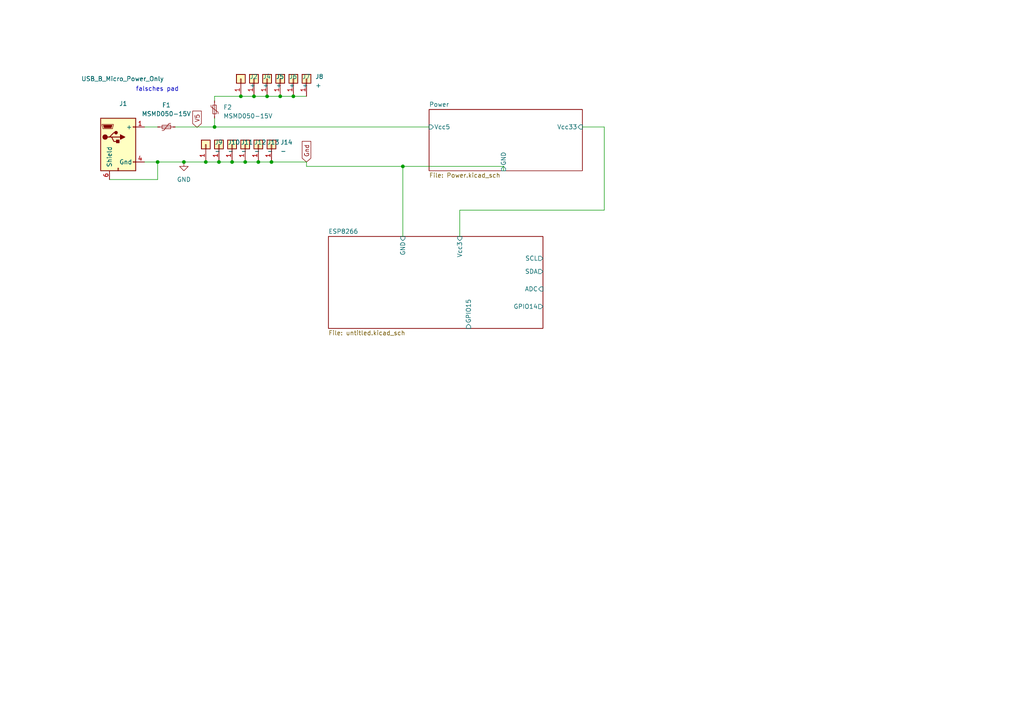
<source format=kicad_sch>
(kicad_sch (version 20230121) (generator eeschema)
  (paper "A4")
  (lib_symbols
    (symbol "BauteileStefan:USB_B_Micro_Power_Only" (pin_names (offset 1.016))
      (property "Reference" "J" (at -5.08 11.43 0))
      (property "Value" "USB_B_Micro_Power_Only" (at -5.08 8.89 0))
      (symbol "USB_B_Micro_Power_Only_0_1"
        (rectangle (start -5.08 -7.62) (end 5.08 7.62) (stroke (width 0.254)) (fill (type background)))
        (circle (center -3.81 2.159) (radius 0.635) (stroke (width 0.254)) (fill (type outline)))
        (circle (center -0.635 3.429) (radius 0.381) (stroke (width 0.254)) (fill (type outline)))
        (rectangle (start -0.127 -7.62) (end 0.127 -6.858))
        (polyline (pts (xy -1.905 2.159) (xy 0.635 2.159)) (stroke (width 0.254)))
        (polyline (pts (xy -3.175 2.159) (xy -2.54 2.159) (xy -1.27 3.429) (xy -0.635 3.429)) (stroke (width 0.254)))
        (polyline (pts (xy -2.54 2.159) (xy -1.905 2.159) (xy -1.27 0.889) (xy 0 0.889)) (stroke (width 0.254)))
        (polyline (pts (xy 0.635 2.794) (xy 0.635 1.524) (xy 1.905 2.159) (xy 0.635 2.794)) (stroke (width 0.254)) (fill (type outline)))
        (polyline (pts (xy -4.318 5.588) (xy -1.778 5.588) (xy -2.032 4.826) (xy -4.064 4.826) (xy -4.318 5.588)) (fill (type outline)))
        (polyline (pts (xy -4.699 5.842) (xy -4.699 5.588) (xy -4.445 4.826) (xy -4.445 4.572) (xy -1.651 4.572) (xy -1.651 4.826) (xy -1.397 5.588) (xy -1.397 5.842) (xy -4.699 5.842)))
        (rectangle (start 0.254 1.27) (end -0.508 0.508) (stroke (width 0.254)) (fill (type outline)))
        (rectangle (start 5.08 -5.207) (end 4.318 -4.953))
        (rectangle (start 5.08 4.953) (end 4.318 5.207))
      )
      (symbol "USB_B_Micro_Power_Only_1_1"
        (pin power_out line (at 7.62 5.08 180) (length 2.54) (name "+") (number "1"))
        (pin passive line (at 7.62 -5.08 180) (length 2.54) (name "Gnd") (number "4"))
        (pin passive line (at -2.54 -10.16 90) (length 2.54) (name "Shield") (number "6"))
      )
    )
    (symbol "Connector_Generic:Conn_01x01" (pin_names (offset 1.016) hide)
      (property "Reference" "J" (at 0 2.54 0))
      (property "Value" "Conn_01x01" (at 0 -2.54 0))
      (symbol "Conn_01x01_1_1"
        (rectangle (start -1.27 0.127) (end 0 -0.127) (stroke (width 0.1524)))
        (rectangle (start -1.27 1.27) (end 1.27 -1.27) (stroke (width 0.254)) (fill (type background)))
        (pin passive line (at -5.08 0 0) (length 3.81) (name "Pin_1") (number "1"))
      )
    )
    (symbol "Device:Polyfuse_Small" (pin_numbers hide) (pin_names (offset 0))
      (property "Reference" "F" (at -1.905 0 90))
      (property "Value" "Polyfuse_Small" (at 1.905 0 90))
      (symbol "Polyfuse_Small_0_1"
        (rectangle (start -0.508 1.27) (end 0.508 -1.27))
        (polyline (pts (xy 0 2.54) (xy 0 -2.54)))
        (polyline (pts (xy -1.016 1.27) (xy -1.016 0.762) (xy 1.016 -0.762) (xy 1.016 -1.27)))
      )
      (symbol "Polyfuse_Small_1_1"
        (pin passive line (at 0 2.54 270) (length 0.635) (name "~") (number "1"))
        (pin passive line (at 0 -2.54 90) (length 0.635) (name "~") (number "2"))
      )
    )
    (symbol "power:GND" (power) (pin_names (offset 0))
      (property "Value" "GND" (at 0 -3.81 0))
      (symbol "GND_0_1"
        (polyline (pts (xy 0 0) (xy 0 -1.27) (xy 1.27 -1.27) (xy 0 -2.54) (xy -1.27 -1.27) (xy 0 -1.27)))
      )
      (symbol "GND_1_1"
        (pin power_in line (at 0 0 270) (length 0) hide (name "GND") (number "1"))
      )
    )
  )
  (junction (at 53.34 46.99))
  (junction (at 85.09 27.94))
  (junction (at 73.66 27.94))
  (junction (at 116.84 48.26))
  (junction (at 69.85 27.94))
  (junction (at 71.12 46.99))
  (junction (at 63.5 46.99))
  (junction (at 77.47 27.94))
  (junction (at 45.72 46.99))
  (junction (at 67.31 46.99))
  (junction (at 62.23 36.83))
  (junction (at 59.69 46.99))
  (junction (at 74.93 46.99))
  (junction (at 81.28 27.94))
  (junction (at 78.74 46.99))
  (wire (pts (xy 62.23 27.94) (xy 69.85 27.94)))
  (wire (pts (xy 88.9 48.26) (xy 116.84 48.26)))
  (wire (pts (xy 67.31 46.99) (xy 71.12 46.99)))
  (wire (pts (xy 175.26 36.83) (xy 175.26 60.96)))
  (wire (pts (xy 41.91 36.83) (xy 45.72 36.83)))
  (wire (pts (xy 116.84 48.26) (xy 146.05 48.26)))
  (wire (pts (xy 69.85 27.94) (xy 73.66 27.94)))
  (wire (pts (xy 71.12 46.99) (xy 74.93 46.99)))
  (wire (pts (xy 62.23 36.83) (xy 124.46 36.83)))
  (wire (pts (xy 74.93 46.99) (xy 78.74 46.99)))
  (wire (pts (xy 59.69 46.99) (xy 63.5 46.99)))
  (wire (pts (xy 88.9 48.26) (xy 88.9 46.99)))
  (wire (pts (xy 31.75 52.07) (xy 45.72 52.07)))
  (wire (pts (xy 78.74 46.99) (xy 88.9 46.99)))
  (wire (pts (xy 73.66 27.94) (xy 77.47 27.94)))
  (wire (pts (xy 85.09 27.94) (xy 88.9 27.94)))
  (wire (pts (xy 63.5 46.99) (xy 67.31 46.99)))
  (wire (pts (xy 146.05 48.26) (xy 146.05 49.53)))
  (wire (pts (xy 175.26 60.96) (xy 133.35 60.96)))
  (wire (pts (xy 133.35 60.96) (xy 133.35 68.58)))
  (wire (pts (xy 41.91 46.99) (xy 45.72 46.99)))
  (wire (pts (xy 81.28 27.94) (xy 85.09 27.94)))
  (wire (pts (xy 62.23 36.83) (xy 62.23 34.29)))
  (wire (pts (xy 168.91 36.83) (xy 175.26 36.83)))
  (wire (pts (xy 45.72 46.99) (xy 45.72 52.07)))
  (wire (pts (xy 45.72 46.99) (xy 53.34 46.99)))
  (wire (pts (xy 116.84 48.26) (xy 116.84 68.58)))
  (wire (pts (xy 53.34 46.99) (xy 59.69 46.99)))
  (wire (pts (xy 62.23 29.21) (xy 62.23 27.94)))
  (wire (pts (xy 50.8 36.83) (xy 62.23 36.83)))
  (wire (pts (xy 77.47 27.94) (xy 81.28 27.94)))
  (text "falsches pad" (at 39.37 26.67 0) (effects (font (size 1.27 1.27)) (justify left bottom)))
  (global_label "Gnd" (shape input) (at 88.9 46.99 90) (property "Intersheetrefs" "${INTERSHEET_REFS}" (effects hide)))
  (global_label "V5" (shape input) (at 57.1481 36.9395 90) (property "Intersheetrefs" "${INTERSHEET_REFS}" (effects hide)))
  (symbol (lib_id "Connector_Generic:Conn_01x01") (at 73.66 22.86 90) (unit 1)
    (property "Reference" "J4" (at 76.2 22.225 90) (effects (justify right)))
    (property "Value" "+" (at 76.2 24.765 90) (effects (justify right)))
    (property "Footprint" "Connector_PinHeader_1.27mm:PinHeader_1x01_P1.27mm_Vertical" (effects hide))
  )
  (symbol (lib_id "power:GND") (at 53.34 46.99 0) (unit 1)
    (property "Reference" "#PWR01" (effects hide))
    (property "Value" "GND" (at 53.34 52.07 0))
  )
  (symbol (lib_id "Connector_Generic:Conn_01x01") (at 67.31 41.91 90) (unit 1)
    (property "Reference" "J11" (at 69.85 41.275 90) (effects (justify right)))
    (property "Value" "-" (at 69.85 43.815 90) (effects (justify right)))
    (property "Footprint" "Connector_PinHeader_1.27mm:PinHeader_1x01_P1.27mm_Vertical" (effects hide))
  )
  (symbol (lib_id "Connector_Generic:Conn_01x01") (at 77.47 22.86 90) (unit 1)
    (property "Reference" "J5" (at 80.01 22.225 90) (effects (justify right)))
    (property "Value" "+" (at 80.01 24.765 90) (effects (justify right)))
    (property "Footprint" "Connector_PinHeader_1.27mm:PinHeader_1x01_P1.27mm_Vertical" (effects hide))
  )
  (symbol (lib_id "Connector_Generic:Conn_01x01") (at 78.74 41.91 90) (unit 1)
    (property "Reference" "J14" (at 81.28 41.275 90) (effects (justify right)))
    (property "Value" "-" (at 81.28 43.815 90) (effects (justify right)))
    (property "Footprint" "Connector_PinHeader_1.27mm:PinHeader_1x01_P1.27mm_Vertical" (effects hide))
  )
  (symbol (lib_id "Connector_Generic:Conn_01x01") (at 88.9 22.86 90) (unit 1)
    (property "Reference" "J8" (at 91.44 22.225 90) (effects (justify right)))
    (property "Value" "+" (at 91.44 24.765 90) (effects (justify right)))
    (property "Footprint" "Connector_PinHeader_1.27mm:PinHeader_1x01_P1.27mm_Vertical" (effects hide))
  )
  (symbol (lib_id "Connector_Generic:Conn_01x01") (at 59.69 41.91 90) (unit 1)
    (property "Reference" "J9" (at 62.23 41.275 90) (effects (justify right)))
    (property "Value" "-" (at 62.23 43.815 90) (effects (justify right)))
    (property "Footprint" "Connector_PinHeader_1.27mm:PinHeader_1x01_P1.27mm_Vertical" (effects hide))
  )
  (symbol (lib_id "Connector_Generic:Conn_01x01") (at 71.12 41.91 90) (unit 1)
    (property "Reference" "J12" (at 73.66 41.275 90) (effects (justify right)))
    (property "Value" "-" (at 73.66 43.815 90) (effects (justify right)))
    (property "Footprint" "Connector_PinHeader_1.27mm:PinHeader_1x01_P1.27mm_Vertical" (effects hide))
  )
  (symbol (lib_id "Device:Polyfuse_Small") (at 62.23 31.75 180) (unit 1)
    (property "Reference" "F2" (at 64.77 31.115 0) (effects (justify right)))
    (property "Value" "MSMD050-15V" (at 64.77 33.655 0) (effects (justify right)))
    (property "Footprint" "Fuse:Fuse_1812_4532Metric_Pad1.30x3.40mm_HandSolder" (effects hide))
    (property "Datasheet" "https://datasheet.lcsc.com/szlcsc/TECHFUSE-mSMD050-60V_C70113.pdf" (effects hide))
  )
  (symbol (lib_id "BauteileStefan:USB_B_Micro_Power_Only") (at 34.29 41.91 0) (unit 1)
    (property "Reference" "J1" (at 35.7378 30.0482 0))
    (property "Value" "USB_B_Micro_Power_Only" (at 35.56 22.86 0))
    (property "Footprint" "stefan3:USB_Micro-B_Power_Only" (effects hide))
  )
  (symbol (lib_id "Connector_Generic:Conn_01x01") (at 63.5 41.91 90) (unit 1)
    (property "Reference" "J10" (at 66.04 41.275 90) (effects (justify right)))
    (property "Value" "-" (at 66.04 43.815 90) (effects (justify right)))
    (property "Footprint" "Connector_PinHeader_1.27mm:PinHeader_1x01_P1.27mm_Vertical" (effects hide))
  )
  (symbol (lib_id "Connector_Generic:Conn_01x01") (at 85.09 22.86 90) (unit 1)
    (property "Reference" "J7" (at 87.63 22.225 90) (effects (justify right)))
    (property "Value" "+" (at 87.63 24.765 90) (effects (justify right)))
    (property "Footprint" "Connector_PinHeader_1.27mm:PinHeader_1x01_P1.27mm_Vertical" (effects hide))
  )
  (symbol (lib_id "Device:Polyfuse_Small") (at 48.26 36.83 90) (unit 1)
    (property "Reference" "F1" (at 48.26 30.48 90))
    (property "Value" "MSMD050-15V" (at 48.26 33.02 90))
    (property "Footprint" "Fuse:Fuse_1812_4532Metric_Pad1.30x3.40mm_HandSolder" (effects hide))
    (property "Datasheet" "https://datasheet.lcsc.com/szlcsc/TECHFUSE-mSMD050-60V_C70113.pdf" (effects hide))
  )
  (symbol (lib_id "Connector_Generic:Conn_01x01") (at 81.28 22.86 90) (unit 1)
    (property "Reference" "J6" (at 83.82 22.225 90) (effects (justify right)))
    (property "Value" "+" (at 83.82 24.765 90) (effects (justify right)))
    (property "Footprint" "Connector_PinHeader_1.27mm:PinHeader_1x01_P1.27mm_Vertical" (effects hide))
  )
  (symbol (lib_id "Connector_Generic:Conn_01x01") (at 69.85 22.86 90) (unit 1)
    (property "Reference" "J2" (at 72.39 22.225 90) (effects (justify right)))
    (property "Value" "+" (at 72.39 24.765 90) (effects (justify right)))
    (property "Footprint" "Connector_PinHeader_1.27mm:PinHeader_1x01_P1.27mm_Vertical" (effects hide))
  )
  (symbol (lib_id "Connector_Generic:Conn_01x01") (at 74.93 41.91 90) (unit 1)
    (property "Reference" "J13" (at 77.47 41.275 90) (effects (justify right)))
    (property "Value" "-" (at 77.47 43.815 90) (effects (justify right)))
    (property "Footprint" "Connector_PinHeader_1.27mm:PinHeader_1x01_P1.27mm_Vertical" (effects hide))
  )
  (sheet (at 95.25 68.58) (size 62.23 26.67) (stroke (width 0.1524))
    (property "Sheetname" "ESP8266" (at 95.25 67.8684 0) (effects (justify left bottom)))
    (property "Sheetfile" "untitled.kicad_sch" (at 95.25 95.8346 0) (effects (justify left top)))
    (pin "GPIO14" output (at 157.48 88.9 0))
    (pin "SCL" output (at 157.48 74.93 0))
    (pin "SDA" output (at 157.48 78.74 0))
    (pin "Vcc3" input (at 133.35 68.58 90))
    (pin "ADC" input (at 157.48 83.82 0))
    (pin "GPIO15" input (at 135.89 95.25 270))
    (pin "GND" input (at 116.84 68.58 90))
  )
  (sheet (at 124.46 31.75) (size 44.45 17.78) (stroke (width 0.1524))
    (property "Sheetname" "Power" (at 124.46 31.0384 0) (effects (justify left bottom)))
    (property "Sheetfile" "Power.kicad_sch" (at 124.46 50.1146 0) (effects (justify left top)))
    (pin "Vcc33" input (at 168.91 36.83 0))
    (pin "Vcc5" input (at 124.46 36.83 180))
    (pin "GND" input (at 146.05 49.53 270))
  )
)
</source>
